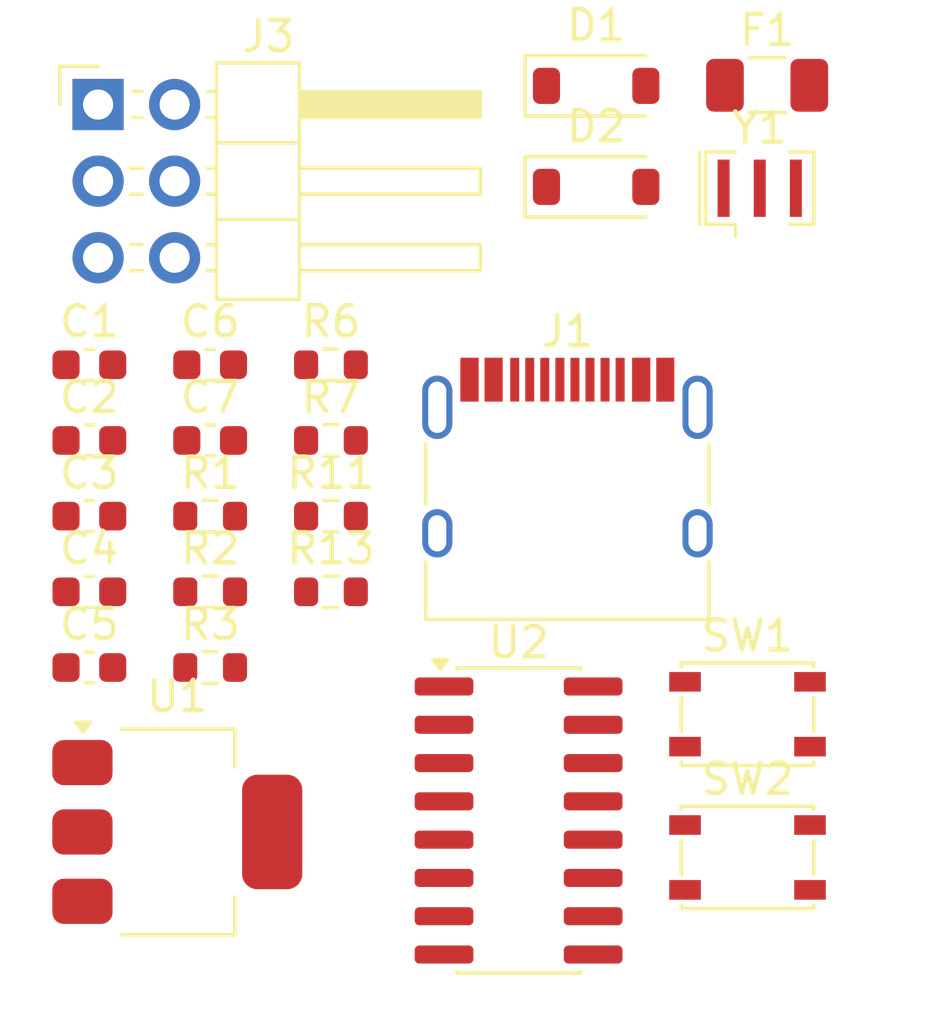
<source format=kicad_pcb>
(kicad_pcb (version 20241229) (generator "pcbnew") (generator_version "9.0")
  (layers (0 "F.Cu" signal) (2 "B.Cu" signal) (13 "F.Paste" user) (15 "B.Paste" user) (5 "F.SilkS" user "F.Silkscreen") (7 "B.SilkS" user "B.Silkscreen") (1 "F.Mask" user) (3 "B.Mask" user) (25 "Edge.Cuts" user))
  (net 0 "")
  (net 1 "GND")
  (net 2 "Net-(J1-SHIELD)")
  (net 3 "Net-(D1-K)")
  (net 4 "Net-(C2-Pad2)")
  (net 5 "+3V3")
  (net 6 "Net-(C4-Pad2)")
  (net 7 "EN")
  (net 8 "Net-(D1-A)")
  (net 9 "Net-(F1-Pad2)")
  (net 10 "Net-(U2-UD-)")
  (net 11 "Net-(J1-CC2)")
  (net 12 "Net-(U2-UD+)")
  (net 13 "Net-(J1-CC1)")
  (net 14 "RX")
  (net 15 "TX")
  (net 16 "IO0")
  (net 18 "Net-(U2-XO)")
  (net 25 "Net-(U2-XI)")
  (footprint "Resistor_SMD:R_0603_1608Metric" (layer "F.Cu") (at 44.895 54.875)
    (property "Reference" "R7" (at 0 -1.43 0) (layer "F.SilkS"))
    (property "Value" "0.3")
    (fp_line (start -0.237258 -0.5225) (end 0.237258 -0.5225) (stroke (width 0.12)) (layer "F.SilkS"))
    (fp_line (start -0.237258 0.5225) (end 0.237258 0.5225) (stroke (width 0.12)) (layer "F.SilkS"))
    (pad "1" smd roundrect (at -0.825 0) (size 0.8 0.95) (layers "F.Cu" "F.Mask" "F.Paste") (net 1 "GND"))
    (pad "2" smd roundrect (at 0.825 0) (size 0.8 0.95) (layers "F.Cu" "F.Mask" "F.Paste") (net 6 "Net-(C4-Pad2)"))
  )
  (footprint "Connector_PinHeader_2.54mm:PinHeader_2x03_P2.54mm_Horizontal" (layer "F.Cu") (at 37.165 43.735)
    (property "Reference" "J3" (at 5.655 -2.27 0) (layer "F.SilkS"))
    (property "Value" "ICSP")
    (fp_line (start -1.27 -1.27) (end 0 -1.27) (stroke (width 0.12)) (layer "F.SilkS"))
    (fp_line (start -1.27 0) (end -1.27 -1.27) (stroke (width 0.12)) (layer "F.SilkS"))
    (fp_line (start 1.077358 2.11) (end 1.462642 2.11) (stroke (width 0.12)) (layer "F.SilkS"))
    (fp_line (start 1.077358 2.97) (end 1.462642 2.97) (stroke (width 0.12)) (layer "F.SilkS"))
    (fp_line (start 1.077358 4.65) (end 1.462642 4.65) (stroke (width 0.12)) (layer "F.SilkS"))
    (fp_line (start 1.077358 5.51) (end 1.462642 5.51) (stroke (width 0.12)) (layer "F.SilkS"))
    (fp_line (start 1.16 -0.43) (end 1.462642 -0.43) (stroke (width 0.12)) (layer "F.SilkS"))
    (fp_line (start 1.16 0.43) (end 1.462642 0.43) (stroke (width 0.12)) (layer "F.SilkS"))
    (fp_line (start 3.617358 -0.43) (end 3.93 -0.43) (stroke (width 0.12)) (layer "F.SilkS"))
    (fp_line (start 3.617358 0.43) (end 3.93 0.43) (stroke (width 0.12)) (layer "F.SilkS"))
    (fp_line (start 3.617358 2.11) (end 3.93 2.11) (stroke (width 0.12)) (layer "F.SilkS"))
    (fp_line (start 3.617358 2.97) (end 3.93 2.97) (stroke (width 0.12)) (layer "F.SilkS"))
    (fp_line (start 3.617358 4.65) (end 3.93 4.65) (stroke (width 0.12)) (layer "F.SilkS"))
    (fp_line (start 3.617358 5.51) (end 3.93 5.51) (stroke (width 0.12)) (layer "F.SilkS"))
    (fp_line (start 3.93 -1.38) (end 3.93 6.46) (stroke (width 0.12)) (layer "F.SilkS"))
    (fp_line (start 3.93 1.27) (end 6.69 1.27) (stroke (width 0.12)) (layer "F.SilkS"))
    (fp_line (start 3.93 3.81) (end 6.69 3.81) (stroke (width 0.12)) (layer "F.SilkS"))
    (fp_line (start 3.93 6.46) (end 6.69 6.46) (stroke (width 0.12)) (layer "F.SilkS"))
    (fp_line (start 6.69 -1.38) (end 3.93 -1.38) (stroke (width 0.12)) (layer "F.SilkS"))
    (fp_line (start 6.69 2.11) (end 12.69 2.11) (stroke (width 0.12)) (layer "F.SilkS"))
    (fp_line (start 6.69 4.65) (end 12.69 4.65) (stroke (width 0.12)) (layer "F.SilkS"))
    (fp_line (start 6.69 6.46) (end 6.69 -1.38) (stroke (width 0.12)) (layer "F.SilkS"))
    (fp_line (start 12.69 2.11) (end 12.69 2.97) (stroke (width 0.12)) (layer "F.SilkS"))
    (fp_line (start 12.69 2.97) (end 6.69 2.97) (stroke (width 0.12)) (layer "F.SilkS"))
    (fp_line (start 12.69 4.65) (end 12.69 5.51) (stroke (width 0.12)) (layer "F.SilkS"))
    (fp_line (start 12.69 5.51) (end 6.69 5.51) (stroke (width 0.12)) (layer "F.SilkS"))
    (fp_rect (start 6.69 -0.43) (end 12.69 0.43) (stroke (width 0.12)) (fill yes) (layer "F.SilkS"))
    (pad "1" thru_hole rect (at 0 0) (size 1.7 1.7) (drill 1) (layers "*.Cu" "*.Mask") (net 1 "GND"))
    (pad "2" thru_hole circle (at 2.54 0) (size 1.7 1.7) (drill 1) (layers "*.Cu" "*.Mask") (net 15 "TX"))
    (pad "3" thru_hole circle (at 0 2.54) (size 1.7 1.7) (drill 1) (layers "*.Cu" "*.Mask") (net 14 "RX"))
    (pad "4" thru_hole circle (at 2.54 2.54) (size 1.7 1.7) (drill 1) (layers "*.Cu" "*.Mask") (net 16 "IO0"))
    (pad "5" thru_hole circle (at 0 5.08) (size 1.7 1.7) (drill 1) (layers "*.Cu" "*.Mask") (net 5 "+3V3"))
    (pad "6" thru_hole circle (at 2.54 5.08) (size 1.7 1.7) (drill 1) (layers "*.Cu" "*.Mask") (net 7 "EN"))
  )
  (footprint "Resistor_SMD:R_0603_1608Metric" (layer "F.Cu") (at 40.885 62.405)
    (property "Reference" "R3" (at 0 -1.43 0) (layer "F.SilkS"))
    (property "Value" "5.1k")
    (fp_line (start -0.237258 -0.5225) (end 0.237258 -0.5225) (stroke (width 0.12)) (layer "F.SilkS"))
    (fp_line (start -0.237258 0.5225) (end 0.237258 0.5225) (stroke (width 0.12)) (layer "F.SilkS"))
    (pad "1" smd roundrect (at -0.825 0) (size 0.8 0.95) (layers "F.Cu" "F.Mask" "F.Paste") (net 1 "GND"))
    (pad "2" smd roundrect (at 0.825 0) (size 0.8 0.95) (layers "F.Cu" "F.Mask" "F.Paste") (net 11 "Net-(J1-CC2)"))
  )
  (footprint "Capacitor_SMD:C_0603_1608Metric" (layer "F.Cu") (at 40.885 54.875)
    (property "Reference" "C7" (at 0 -1.43 0) (layer "F.SilkS"))
    (property "Value" "1u")
    (fp_line (start -0.14058 -0.51) (end 0.14058 -0.51) (stroke (width 0.12)) (layer "F.SilkS"))
    (fp_line (start -0.14058 0.51) (end 0.14058 0.51) (stroke (width 0.12)) (layer "F.SilkS"))
    (pad "1" smd roundrect (at -0.775 0) (size 0.9 0.95) (layers "F.Cu" "F.Mask" "F.Paste") (net 7 "EN"))
    (pad "2" smd roundrect (at 0.775 0) (size 0.9 0.95) (layers "F.Cu" "F.Mask" "F.Paste") (net 1 "GND"))
  )
  (footprint "Capacitor_SMD:C_0603_1608Metric" (layer "F.Cu") (at 36.875 59.895)
    (property "Reference" "C4" (at 0 -1.43 0) (layer "F.SilkS"))
    (property "Value" "10u")
    (fp_line (start -0.14058 -0.51) (end 0.14058 -0.51) (stroke (width 0.12)) (layer "F.SilkS"))
    (fp_line (start -0.14058 0.51) (end 0.14058 0.51) (stroke (width 0.12)) (layer "F.SilkS"))
    (pad "1" smd roundrect (at -0.775 0) (size 0.9 0.95) (layers "F.Cu" "F.Mask" "F.Paste") (net 5 "+3V3"))
    (pad "2" smd roundrect (at 0.775 0) (size 0.9 0.95) (layers "F.Cu" "F.Mask" "F.Paste") (net 6 "Net-(C4-Pad2)"))
  )
  (footprint "Package_TO_SOT_SMD:SOT-223-3_TabPin2" (layer "F.Cu") (at 39.795 67.86)
    (property "Reference" "U1" (at 0 -4.5 0) (layer "F.SilkS"))
    (property "Value" "LM1117MP-3.3")
    (fp_line (start -1.85 -3.41) (end 1.91 -3.41) (stroke (width 0.12)) (layer "F.SilkS"))
    (fp_line (start -1.85 3.41) (end 1.91 3.41) (stroke (width 0.12)) (layer "F.SilkS"))
    (fp_line (start 1.91 -3.41) (end 1.91 -2.15) (stroke (width 0.12)) (layer "F.SilkS"))
    (fp_line (start 1.91 3.41) (end 1.91 2.15) (stroke (width 0.12)) (layer "F.SilkS"))
    (fp_poly (pts (xy -3.13 -3.31) (xy -3.37 -3.64) (xy -2.89 -3.64) (xy -3.13 -3.31)) (stroke (width 0.12)) (fill yes) (layer "F.SilkS"))
    (pad "1" smd roundrect (at -3.15 -2.3) (size 2 1.5) (layers "F.Cu" "F.Mask" "F.Paste") (net 1 "GND"))
    (pad "2" smd roundrect (at -3.15 0) (size 2 1.5) (layers "F.Cu" "F.Mask" "F.Paste") (net 5 "+3V3"))
    (pad "2" smd roundrect (at 3.15 0) (size 2 3.8) (layers "F.Cu" "F.Mask" "F.Paste") (net 5 "+3V3"))
    (pad "3" smd roundrect (at -3.15 2.3) (size 2 1.5) (layers "F.Cu" "F.Mask" "F.Paste") (net 3 "Net-(D1-K)"))
  )
  (footprint "Capacitor_SMD:C_0603_1608Metric" (layer "F.Cu") (at 36.875 52.365)
    (property "Reference" "C1" (at 0 -1.43 0) (layer "F.SilkS"))
    (property "Value" "1n")
    (fp_line (start -0.14058 -0.51) (end 0.14058 -0.51) (stroke (width 0.12)) (layer "F.SilkS"))
    (fp_line (start -0.14058 0.51) (end 0.14058 0.51) (stroke (width 0.12)) (layer "F.SilkS"))
    (pad "1" smd roundrect (at -0.775 0) (size 0.9 0.95) (layers "F.Cu" "F.Mask" "F.Paste") (net 2 "Net-(J1-SHIELD)"))
    (pad "2" smd roundrect (at 0.775 0) (size 0.9 0.95) (layers "F.Cu" "F.Mask" "F.Paste") (net 1 "GND"))
  )
  (footprint "Diode_SMD:D_SOD-123" (layer "F.Cu") (at 53.7 43.115)
    (property "Reference" "D1" (at 0 -2 0) (layer "F.SilkS"))
    (property "Value" "RB160M")
    (fp_line (start -2.36 -1) (end -2.36 1) (stroke (width 0.12)) (layer "F.SilkS"))
    (fp_line (start -2.36 -1) (end 1.65 -1) (stroke (width 0.12)) (layer "F.SilkS"))
    (fp_line (start -2.36 1) (end 1.65 1) (stroke (width 0.12)) (layer "F.SilkS"))
    (pad "1" smd roundrect (at -1.65 0) (size 0.9 1.2) (layers "F.Cu" "F.Mask" "F.Paste") (net 3 "Net-(D1-K)"))
    (pad "2" smd roundrect (at 1.65 0) (size 0.9 1.2) (layers "F.Cu" "F.Mask" "F.Paste") (net 8 "Net-(D1-A)"))
  )
  (footprint "Capacitor_SMD:C_0603_1608Metric" (layer "F.Cu") (at 40.885 52.365)
    (property "Reference" "C6" (at 0 -1.43 0) (layer "F.SilkS"))
    (property "Value" "0.1u")
    (fp_line (start -0.14058 -0.51) (end 0.14058 -0.51) (stroke (width 0.12)) (layer "F.SilkS"))
    (fp_line (start -0.14058 0.51) (end 0.14058 0.51) (stroke (width 0.12)) (layer "F.SilkS"))
    (pad "1" smd roundrect (at -0.775 0) (size 0.9 0.95) (layers "F.Cu" "F.Mask" "F.Paste") (net 5 "+3V3"))
    (pad "2" smd roundrect (at 0.775 0) (size 0.9 0.95) (layers "F.Cu" "F.Mask" "F.Paste") (net 1 "GND"))
  )
  (footprint "Resistor_SMD:R_0603_1608Metric" (layer "F.Cu") (at 40.885 59.895)
    (property "Reference" "R2" (at 0 -1.43 0) (layer "F.SilkS"))
    (property "Value" "5.1k")
    (fp_line (start -0.237258 -0.5225) (end 0.237258 -0.5225) (stroke (width 0.12)) (layer "F.SilkS"))
    (fp_line (start -0.237258 0.5225) (end 0.237258 0.5225) (stroke (width 0.12)) (layer "F.SilkS"))
    (pad "1" smd roundrect (at -0.825 0) (size 0.8 0.95) (layers "F.Cu" "F.Mask" "F.Paste") (net 13 "Net-(J1-CC1)"))
    (pad "2" smd roundrect (at 0.825 0) (size 0.8 0.95) (layers "F.Cu" "F.Mask" "F.Paste") (net 1 "GND"))
  )
  (footprint "Resistor_SMD:R_0603_1608Metric" (layer "F.Cu") (at 40.885 57.385)
    (property "Reference" "R1" (at 0 -1.43 0) (layer "F.SilkS"))
    (property "Value" "1M")
    (fp_line (start -0.237258 -0.5225) (end 0.237258 -0.5225) (stroke (width 0.12)) (layer "F.SilkS"))
    (fp_line (start -0.237258 0.5225) (end 0.237258 0.5225) (stroke (width 0.12)) (layer "F.SilkS"))
    (pad "1" smd roundrect (at -0.825 0) (size 0.8 0.95) (layers "F.Cu" "F.Mask" "F.Paste") (net 2 "Net-(J1-SHIELD)"))
    (pad "2" smd roundrect (at 0.825 0) (size 0.8 0.95) (layers "F.Cu" "F.Mask" "F.Paste") (net 1 "GND"))
  )
  (footprint "Resistor_SMD:R_0603_1608Metric" (layer "F.Cu") (at 44.895 59.895)
    (property "Reference" "R13" (at 0 -1.43 0) (layer "F.SilkS"))
    (property "Value" "10k")
    (fp_line (start -0.237258 -0.5225) (end 0.237258 -0.5225) (stroke (width 0.12)) (layer "F.SilkS"))
    (fp_line (start -0.237258 0.5225) (end 0.237258 0.5225) (stroke (width 0.12)) (layer "F.SilkS"))
    (pad "1" smd roundrect (at -0.825 0) (size 0.8 0.95) (layers "F.Cu" "F.Mask" "F.Paste") (net 5 "+3V3"))
    (pad "2" smd roundrect (at 0.825 0) (size 0.8 0.95) (layers "F.Cu" "F.Mask" "F.Paste") (net 16 "IO0"))
  )
  (footprint "Capacitor_SMD:C_0603_1608Metric" (layer "F.Cu") (at 36.875 54.875)
    (property "Reference" "C2" (at 0 -1.43 0) (layer "F.SilkS"))
    (property "Value" "10u")
    (fp_line (start -0.14058 -0.51) (end 0.14058 -0.51) (stroke (width 0.12)) (layer "F.SilkS"))
    (fp_line (start -0.14058 0.51) (end 0.14058 0.51) (stroke (width 0.12)) (layer "F.SilkS"))
    (pad "1" smd roundrect (at -0.775 0) (size 0.9 0.95) (layers "F.Cu" "F.Mask" "F.Paste") (net 3 "Net-(D1-K)"))
    (pad "2" smd roundrect (at 0.775 0) (size 0.9 0.95) (layers "F.Cu" "F.Mask" "F.Paste") (net 4 "Net-(C2-Pad2)"))
  )
  (footprint "Crystal:Resonator_SMD_Murata_CSTxExxV-3Pin_3.0x1.1mm" (layer "F.Cu") (at 59.13 46.51)
    (property "Reference" "Y1" (at 0 -2 0) (layer "F.SilkS"))
    (property "Value" "12MHz")
    (fp_line (start -2 -1.2) (end -2 0.8) (stroke (width 0.12)) (layer "F.SilkS"))
    (fp_line (start -2 0.8) (end -2 1.2) (stroke (width 0.12)) (layer "F.SilkS"))
    (fp_line (start -1.8 -1.2) (end -0.8 -1.2) (stroke (width 0.12)) (layer "F.SilkS"))
    (fp_line (start -1.8 0.8) (end -1.8 -1.2) (stroke (width 0.12)) (layer "F.SilkS"))
    (fp_line (start -1.8 0.8) (end -1.8 1.2) (stroke (width 0.12)) (layer "F.SilkS"))
    (fp_line (start -0.8 1.2) (end -1.8 1.2) (stroke (width 0.12)) (layer "F.SilkS"))
    (fp_line (start -0.8 1.2) (end -0.8 1.6) (stroke (width 0.12)) (layer "F.SilkS"))
    (fp_line (start 1 -1.2) (end 1.8 -1.2) (stroke (width 0.12)) (layer "F.SilkS"))
    (fp_line (start 1.8 -1.2) (end 1.8 0.8) (stroke (width 0.12)) (layer "F.SilkS"))
    (fp_line (start 1.8 0.8) (end 1.8 1.2) (stroke (width 0.12)) (layer "F.SilkS"))
    (fp_line (start 1.8 1.2) (end 1 1.2) (stroke (width 0.12)) (layer "F.SilkS"))
    (pad "1" smd rect (at -1.2 0) (size 0.4 1.9) (layers "F.Cu" "F.Mask" "F.Paste") (net 25 "Net-(U2-XI)"))
    (pad "2" smd rect (at 0 0) (size 0.4 1.9) (layers "F.Cu" "F.Mask" "F.Paste") (net 1 "GND"))
    (pad "3" smd rect (at 1.2 0) (size 0.4 1.9) (layers "F.Cu" "F.Mask" "F.Paste") (net 18 "Net-(U2-XO)"))
  )
  (footprint "Fuse:Fuse_1206_3216Metric" (layer "F.Cu") (at 59.375 43.095)
    (property "Reference" "F1" (at 0 -1.83 0) (layer "F.SilkS"))
    (property "Value" "0.5-1A")
    (fp_line (start -0.602064 -0.91) (end 0.602064 -0.91) (stroke (width 0.12)) (layer "F.SilkS"))
    (fp_line (start -0.602064 0.91) (end 0.602064 0.91) (stroke (width 0.12)) (layer "F.SilkS"))
    (pad "1" smd roundrect (at -1.4 0) (size 1.25 1.75) (layers "F.Cu" "F.Mask" "F.Paste") (roundrect_rratio 0.2) (net 8 "Net-(D1-A)"))
    (pad "2" smd roundrect (at 1.4 0) (size 1.25 1.75) (layers "F.Cu" "F.Mask" "F.Paste") (roundrect_rratio 0.2) (net 9 "Net-(F1-Pad2)"))
  )
  (footprint "Button_Switch_SMD:SW_SPST_PTS810" (layer "F.Cu") (at 58.725 63.955)
    (property "Reference" "SW1" (at 0 -2.6 0) (layer "F.SilkS"))
    (property "Value" "RST")
    (fp_line (start -2.2 -1.7) (end -2.2 -1.58) (stroke (width 0.12)) (layer "F.SilkS"))
    (fp_line (start -2.2 -0.57) (end -2.2 0.57) (stroke (width 0.12)) (layer "F.SilkS"))
    (fp_line (start -2.2 1.58) (end -2.2 1.7) (stroke (width 0.12)) (layer "F.SilkS"))
    (fp_line (start -2.2 1.7) (end 2.2 1.7) (stroke (width 0.12)) (layer "F.SilkS"))
    (fp_line (start 2.2 -1.7) (end -2.2 -1.7) (stroke (width 0.12)) (layer "F.SilkS"))
    (fp_line (start 2.2 -1.58) (end 2.2 -1.7) (stroke (width 0.12)) (layer "F.SilkS"))
    (fp_line (start 2.2 0.57) (end 2.2 -0.57) (stroke (width 0.12)) (layer "F.SilkS"))
    (fp_line (start 2.2 1.7) (end 2.2 1.58) (stroke (width 0.12)) (layer "F.SilkS"))
    (pad "1" smd rect (at -2.075 -1.075) (size 1.05 0.65) (layers "F.Cu" "F.Mask" "F.Paste") (net 1 "GND"))
    (pad "1" smd rect (at 2.075 -1.075) (size 1.05 0.65) (layers "F.Cu" "F.Mask" "F.Paste") (net 1 "GND"))
    (pad "2" smd rect (at -2.075 1.075) (size 1.05 0.65) (layers "F.Cu" "F.Mask" "F.Paste") (net 7 "EN"))
    (pad "2" smd rect (at 2.075 1.075) (size 1.05 0.65) (layers "F.Cu" "F.Mask" "F.Paste") (net 7 "EN"))
  )
  (footprint "Package_SO:SOIC-16_3.9x9.9mm_P1.27mm" (layer "F.Cu") (at 51.125 67.48)
    (property "Reference" "U2" (at 0 -5.9 0) (layer "F.SilkS"))
    (property "Value" "CH340G")
    (fp_line (start -2.06 -5.06) (end 2.06 -5.06) (stroke (width 0.12)) (layer "F.SilkS"))
    (fp_line (start -2.06 -5.005) (end -2.06 -5.06) (stroke (width 0.12)) (layer "F.SilkS"))
    (fp_line (start -2.06 5.06) (end -2.06 5.005) (stroke (width 0.12)) (layer "F.SilkS"))
    (fp_line (start 2.06 -5.06) (end 2.06 -5.005) (stroke (width 0.12)) (layer "F.SilkS"))
    (fp_line (start 2.06 5.005) (end 2.06 5.06) (stroke (width 0.12)) (layer "F.SilkS"))
    (fp_line (start 2.06 5.06) (end -2.06 5.06) (stroke (width 0.12)) (layer "F.SilkS"))
    (fp_poly (pts (xy -2.6 -5.01) (xy -2.84 -5.34) (xy -2.36 -5.34)) (stroke (width 0.12)) (fill yes) (layer "F.SilkS"))
    (pad "1" smd roundrect (at -2.475 -4.445) (size 1.95 0.6) (layers "F.Cu" "F.Mask" "F.Paste") (net 1 "GND"))
    (pad "2" smd roundrect (at -2.475 -3.175) (size 1.95 0.6) (layers "F.Cu" "F.Mask" "F.Paste") (net 14 "RX"))
    (pad "3" smd roundrect (at -2.475 -1.905) (size 1.95 0.6) (layers "F.Cu" "F.Mask" "F.Paste") (net 15 "TX"))
    (pad "4" smd roundrect (at -2.475 -0.635) (size 1.95 0.6) (layers "F.Cu" "F.Mask" "F.Paste") (net 5 "+3V3"))
    (pad "5" smd roundrect (at -2.475 0.635) (size 1.95 0.6) (layers "F.Cu" "F.Mask" "F.Paste") (net 12 "Net-(U2-UD+)"))
    (pad "6" smd roundrect (at -2.475 1.905) (size 1.95 0.6) (layers "F.Cu" "F.Mask" "F.Paste") (net 10 "Net-(U2-UD-)"))
    (pad "7" smd roundrect (at -2.475 3.175) (size 1.95 0.6) (layers "F.Cu" "F.Mask" "F.Paste") (net 25 "Net-(U2-XI)"))
    (pad "8" smd roundrect (at -2.475 4.445) (size 1.95 0.6) (layers "F.Cu" "F.Mask" "F.Paste") (net 18 "Net-(U2-XO)"))
    (pad "9" smd roundrect (at 2.475 4.445) (size 1.95 0.6) (layers "F.Cu" "F.Mask" "F.Paste"))
    (pad "10" smd roundrect (at 2.475 3.175) (size 1.95 0.6) (layers "F.Cu" "F.Mask" "F.Paste"))
    (pad "11" smd roundrect (at 2.475 1.905) (size 1.95 0.6) (layers "F.Cu" "F.Mask" "F.Paste"))
    (pad "12" smd roundrect (at 2.475 0.635) (size 1.95 0.6) (layers "F.Cu" "F.Mask" "F.Paste"))
    (pad "13" smd roundrect (at 2.475 -0.635) (size 1.95 0.6) (layers "F.Cu" "F.Mask" "F.Paste"))
    (pad "14" smd roundrect (at 2.475 -1.905) (size 1.95 0.6) (layers "F.Cu" "F.Mask" "F.Paste"))
    (pad "15" smd roundrect (at 2.475 -3.175) (size 1.95 0.6) (layers "F.Cu" "F.Mask" "F.Paste"))
    (pad "16" smd roundrect (at 2.475 -4.445) (size 1.95 0.6) (layers "F.Cu" "F.Mask" "F.Paste") (net 5 "+3V3"))
  )
  (footprint "Capacitor_SMD:C_0603_1608Metric" (layer "F.Cu") (at 36.875 62.405)
    (property "Reference" "C5" (at 0 -1.43 0) (layer "F.SilkS"))
    (property "Value" "0.1u")
    (fp_line (start -0.14058 -0.51) (end 0.14058 -0.51) (stroke (width 0.12)) (layer "F.SilkS"))
    (fp_line (start -0.14058 0.51) (end 0.14058 0.51) (stroke (width 0.12)) (layer "F.SilkS"))
    (pad "1" smd roundrect (at -0.775 0) (size 0.9 0.95) (layers "F.Cu" "F.Mask" "F.Paste") (net 1 "GND"))
    (pad "2" smd roundrect (at 0.775 0) (size 0.9 0.95) (layers "F.Cu" "F.Mask" "F.Paste") (net 5 "+3V3"))
  )
  (footprint "Diode_SMD:D_SOD-123" (layer "F.Cu") (at 53.7 46.465)
    (property "Reference" "D2" (at 0 -2 0) (layer "F.SilkS"))
    (property "Value" "RB160M")
    (fp_line (start -2.36 -1) (end -2.36 1) (stroke (width 0.12)) (layer "F.SilkS"))
    (fp_line (start -2.36 -1) (end 1.65 -1) (stroke (width 0.12)) (layer "F.SilkS"))
    (fp_line (start -2.36 1) (end 1.65 1) (stroke (width 0.12)) (layer "F.SilkS"))
    (pad "1" smd roundrect (at -1.65 0) (size 0.9 1.2) (layers "F.Cu" "F.Mask" "F.Paste") (net 3 "Net-(D1-K)"))
    (pad "2" smd roundrect (at 1.65 0) (size 0.9 1.2) (layers "F.Cu" "F.Mask" "F.Paste") (net 5 "+3V3"))
  )
  (footprint "Connector_USB:USB_C_Receptacle_HRO_TYPE-C-31-M-12" (layer "F.Cu") (at 52.745 56.905)
    (property "Reference" "J1" (at 0 -5.645 0) (layer "F.SilkS"))
    (property "Value" "USB_C_Receptacle_USB2.0_14P")
    (fp_line (start -4.7 -1.9) (end -4.7 0.1) (stroke (width 0.12)) (layer "F.SilkS"))
    (fp_line (start -4.7 2) (end -4.7 3.9) (stroke (width 0.12)) (layer "F.SilkS"))
    (fp_line (start -4.7 3.9) (end 4.7 3.9) (stroke (width 0.12)) (layer "F.SilkS"))
    (fp_line (start 4.7 -1.9) (end 4.7 0.1) (stroke (width 0.12)) (layer "F.SilkS"))
    (fp_line (start 4.7 2) (end 4.7 3.9) (stroke (width 0.12)) (layer "F.SilkS"))
    (pad "" np_thru_hole circle (at -2.89 -2.6) (size 0.65 0.65) (drill 0.65) (layers "*.Cu" "*.Mask"))
    (pad "" np_thru_hole circle (at 2.89 -2.6) (size 0.65 0.65) (drill 0.65) (layers "*.Cu" "*.Mask"))
    (pad "A1" smd rect (at -3.25 -4.045) (size 0.6 1.45) (layers "F.Cu" "F.Mask" "F.Paste") (net 1 "GND"))
    (pad "A4" smd rect (at -2.45 -4.045) (size 0.6 1.45) (layers "F.Cu" "F.Mask" "F.Paste") (net 9 "Net-(F1-Pad2)"))
    (pad "A5" smd rect (at -1.25 -4.045) (size 0.3 1.45) (layers "F.Cu" "F.Mask" "F.Paste") (net 13 "Net-(J1-CC1)"))
    (pad "A6" smd rect (at -0.25 -4.045) (size 0.3 1.45) (layers "F.Cu" "F.Mask" "F.Paste") (net 12 "Net-(U2-UD+)"))
    (pad "A7" smd rect (at 0.25 -4.045) (size 0.3 1.45) (layers "F.Cu" "F.Mask" "F.Paste") (net 10 "Net-(U2-UD-)"))
    (pad "A8" smd rect (at 1.25 -4.045) (size 0.3 1.45) (layers "F.Cu" "F.Mask" "F.Paste"))
    (pad "A9" smd rect (at 2.45 -4.045) (size 0.6 1.45) (layers "F.Cu" "F.Mask" "F.Paste") (net 9 "Net-(F1-Pad2)"))
    (pad "A12" smd rect (at 3.25 -4.045) (size 0.6 1.45) (layers "F.Cu" "F.Mask" "F.Paste") (net 1 "GND"))
    (pad "B1" smd rect (at 3.25 -4.045) (size 0.6 1.45) (layers "F.Cu" "F.Mask" "F.Paste") (net 1 "GND"))
    (pad "B4" smd rect (at 2.45 -4.045) (size 0.6 1.45) (layers "F.Cu" "F.Mask" "F.Paste") (net 9 "Net-(F1-Pad2)"))
    (pad "B5" smd rect (at 1.75 -4.045) (size 0.3 1.45) (layers "F.Cu" "F.Mask" "F.Paste") (net 11 "Net-(J1-CC2)"))
    (pad "B6" smd rect (at 0.75 -4.045) (size 0.3 1.45) (layers "F.Cu" "F.Mask" "F.Paste") (net 12 "Net-(U2-UD+)"))
    (pad "B7" smd rect (at -0.75 -4.045) (size 0.3 1.45) (layers "F.Cu" "F.Mask" "F.Paste") (net 10 "Net-(U2-UD-)"))
    (pad "B8" smd rect (at -1.75 -4.045) (size 0.3 1.45) (layers "F.Cu" "F.Mask" "F.Paste"))
    (pad "B9" smd rect (at -2.45 -4.045) (size 0.6 1.45) (layers "F.Cu" "F.Mask" "F.Paste") (net 9 "Net-(F1-Pad2)"))
    (pad "B12" smd rect (at -3.25 -4.045) (size 0.6 1.45) (layers "F.Cu" "F.Mask" "F.Paste") (net 1 "GND"))
    (pad "S1" thru_hole oval (at -4.32 -3.13) (size 1 2.1) (drill oval 0.6 1.7) (property pad_prop_heatsink) (layers "*.Cu" "*.Mask") (net 2 "Net-(J1-SHIELD)"))
    (pad "S1" thru_hole oval (at -4.32 1.05) (size 1 1.6) (drill oval 0.6 1.2) (property pad_prop_heatsink) (layers "*.Cu" "*.Mask") (net 2 "Net-(J1-SHIELD)"))
    (pad "S1" thru_hole oval (at 4.32 -3.13) (size 1 2.1) (drill oval 0.6 1.7) (property pad_prop_heatsink) (layers "*.Cu" "*.Mask") (net 2 "Net-(J1-SHIELD)"))
    (pad "S1" thru_hole oval (at 4.32 1.05) (size 1 1.6) (drill oval 0.6 1.2) (property pad_prop_heatsink) (layers "*.Cu" "*.Mask") (net 2 "Net-(J1-SHIELD)"))
  )
  (footprint "Capacitor_SMD:C_0603_1608Metric" (layer "F.Cu") (at 36.875 57.385)
    (property "Reference" "C3" (at 0 -1.43 0) (layer "F.SilkS"))
    (property "Value" "0.1u")
    (fp_line (start -0.14058 -0.51) (end 0.14058 -0.51) (stroke (width 0.12)) (layer "F.SilkS"))
    (fp_line (start -0.14058 0.51) (end 0.14058 0.51) (stroke (width 0.12)) (layer "F.SilkS"))
    (pad "1" smd roundrect (at -0.775 0) (size 0.9 0.95) (layers "F.Cu" "F.Mask" "F.Paste") (net 1 "GND"))
    (pad "2" smd roundrect (at 0.775 0) (size 0.9 0.95) (layers "F.Cu" "F.Mask" "F.Paste") (net 5 "+3V3"))
  )
  (footprint "Resistor_SMD:R_0603_1608Metric" (layer "F.Cu") (at 44.895 52.365)
    (property "Reference" "R6" (at 0 -1.43 0) (layer "F.SilkS"))
    (property "Value" "0.3")
    (fp_line (start -0.237258 -0.5225) (end 0.237258 -0.5225) (stroke (width 0.12)) (layer "F.SilkS"))
    (fp_line (start -0.237258 0.5225) (end 0.237258 0.5225) (stroke (width 0.12)) (layer "F.SilkS"))
    (pad "1" smd roundrect (at -0.825 0) (size 0.8 0.95) (layers "F.Cu" "F.Mask" "F.Paste") (net 4 "Net-(C2-Pad2)"))
    (pad "2" smd roundrect (at 0.825 0) (size 0.8 0.95) (layers "F.Cu" "F.Mask" "F.Paste") (net 1 "GND"))
  )
  (footprint "Resistor_SMD:R_0603_1608Metric" (layer "F.Cu") (at 44.895 57.385)
    (property "Reference" "R11" (at 0 -1.43 0) (layer "F.SilkS"))
    (property "Value" "10k")
    (fp_line (start -0.237258 -0.5225) (end 0.237258 -0.5225) (stroke (width 0.12)) (layer "F.SilkS"))
    (fp_line (start -0.237258 0.5225) (end 0.237258 0.5225) (stroke (width 0.12)) (layer "F.SilkS"))
    (pad "1" smd roundrect (at -0.825 0) (size 0.8 0.95) (layers "F.Cu" "F.Mask" "F.Paste") (net 5 "+3V3"))
    (pad "2" smd roundrect (at 0.825 0) (size 0.8 0.95) (layers "F.Cu" "F.Mask" "F.Paste") (net 7 "EN"))
  )
  (footprint "Button_Switch_SMD:SW_SPST_PTS810" (layer "F.Cu") (at 58.725 68.705)
    (property "Reference" "SW2" (at 0 -2.6 0) (layer "F.SilkS"))
    (property "Value" "BOOT")
    (fp_line (start -2.2 -1.7) (end -2.2 -1.58) (stroke (width 0.12)) (layer "F.SilkS"))
    (fp_line (start -2.2 -0.57) (end -2.2 0.57) (stroke (width 0.12)) (layer "F.SilkS"))
    (fp_line (start -2.2 1.58) (end -2.2 1.7) (stroke (width 0.12)) (layer "F.SilkS"))
    (fp_line (start -2.2 1.7) (end 2.2 1.7) (stroke (width 0.12)) (layer "F.SilkS"))
    (fp_line (start 2.2 -1.7) (end -2.2 -1.7) (stroke (width 0.12)) (layer "F.SilkS"))
    (fp_line (start 2.2 -1.58) (end 2.2 -1.7) (stroke (width 0.12)) (layer "F.SilkS"))
    (fp_line (start 2.2 0.57) (end 2.2 -0.57) (stroke (width 0.12)) (layer "F.SilkS"))
    (fp_line (start 2.2 1.7) (end 2.2 1.58) (stroke (width 0.12)) (layer "F.SilkS"))
    (pad "1" smd rect (at -2.075 -1.075) (size 1.05 0.65) (layers "F.Cu" "F.Mask" "F.Paste") (net 16 "IO0"))
    (pad "1" smd rect (at 2.075 -1.075) (size 1.05 0.65) (layers "F.Cu" "F.Mask" "F.Paste") (net 16 "IO0"))
    (pad "2" smd rect (at -2.075 1.075) (size 1.05 0.65) (layers "F.Cu" "F.Mask" "F.Paste") (net 1 "GND"))
    (pad "2" smd rect (at 2.075 1.075) (size 1.05 0.65) (layers "F.Cu" "F.Mask" "F.Paste") (net 1 "GND"))
  )
)
</source>
